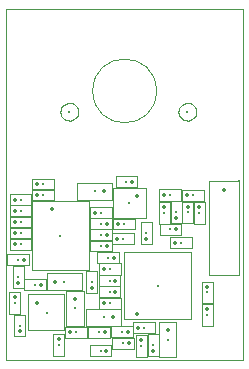
<source format=gbr>
%TF.GenerationSoftware,KiCad,Pcbnew,8.0.4*%
%TF.CreationDate,2024-11-25T15:57:07-04:00*%
%TF.ProjectId,Beacon-WirelessCharge,42656163-6f6e-42d5-9769-72656c657373,rev?*%
%TF.SameCoordinates,Original*%
%TF.FileFunction,Component,L1,Top*%
%TF.FilePolarity,Positive*%
%FSLAX46Y46*%
G04 Gerber Fmt 4.6, Leading zero omitted, Abs format (unit mm)*
G04 Created by KiCad (PCBNEW 8.0.4) date 2024-11-25 15:57:07*
%MOMM*%
%LPD*%
G01*
G04 APERTURE LIST*
%TA.AperFunction,ComponentMain*%
%ADD10C,0.300000*%
%TD*%
%TA.AperFunction,ComponentOutline,Courtyard*%
%ADD11C,0.100000*%
%TD*%
%TA.AperFunction,ComponentPin*%
%ADD12P,0.360000X4X0.000000*%
%TD*%
%TA.AperFunction,ComponentPin*%
%ADD13C,0.100000*%
%TD*%
%TA.AperFunction,ComponentOutline,Footprint*%
%ADD14C,0.100000*%
%TD*%
%TA.AperFunction,Profile*%
%ADD15C,0.075000*%
%TD*%
%TA.AperFunction,Profile*%
%ADD16C,0.100000*%
%TD*%
G04 APERTURE END LIST*
D10*
%TO.C,L7*%
%TO.CFtp,L_0402_1005Metric*%
%TO.CVal,7.3nH*%
%TO.CLbN,Inductor_SMD*%
%TO.CMnt,SMD*%
%TO.CRot,-90*%
X60025000Y-61540000D03*
D11*
X60494999Y-60610001D02*
X60494999Y-62469999D01*
X59555001Y-62469999D01*
X59555001Y-60610001D01*
X60494999Y-60610001D01*
D12*
%TO.P,L7,1,1*%
X60025000Y-61055000D03*
D13*
%TO.P,L7,2,2*%
X60025000Y-62025000D03*
%TD*%
D10*
%TO.C,C29*%
%TO.CFtp,C_0402_1005Metric*%
%TO.CVal,0.8pF*%
%TO.CLbN,Capacitor_SMD*%
%TO.CMnt,SMD*%
%TO.CRot,0*%
X59470000Y-60080000D03*
D11*
X60379999Y-59620001D02*
X60379999Y-60539999D01*
X58560001Y-60539999D01*
X58560001Y-59620001D01*
X60379999Y-59620001D01*
D12*
%TO.P,C29,1*%
X58990000Y-60080000D03*
D13*
%TO.P,C29,2*%
X59950000Y-60080000D03*
%TD*%
D10*
%TO.C,C11*%
%TO.CFtp,C_0603_1608Metric*%
%TO.CVal,4.7uF (X7R)*%
%TO.CLbN,Capacitor_SMD*%
%TO.CMnt,SMD*%
%TO.CRot,-90*%
X57353200Y-72288400D03*
D11*
X58083199Y-70808401D02*
X58083199Y-73768399D01*
X56623201Y-73768399D01*
X56623201Y-70808401D01*
X58083199Y-70808401D01*
D12*
%TO.P,C11,1*%
X57353200Y-71513400D03*
D13*
%TO.P,C11,2*%
X57353200Y-73063400D03*
%TD*%
D10*
%TO.C,R5*%
%TO.CFtp,R_0402_1005Metric*%
%TO.CVal,196*%
%TO.CLbN,Resistor_SMD*%
%TO.CMnt,SMD*%
%TO.CRot,180*%
X44704000Y-65532000D03*
D11*
X45633999Y-65062001D02*
X45633999Y-66001999D01*
X43774001Y-66001999D01*
X43774001Y-65062001D01*
X45633999Y-65062001D01*
D12*
%TO.P,R5,1*%
X45214000Y-65532000D03*
D13*
%TO.P,R5,2*%
X44194000Y-65532000D03*
%TD*%
D10*
%TO.C,C12*%
%TO.CFtp,C_0603_1608Metric*%
%TO.CVal,10uF 16V*%
%TO.CLbN,Capacitor_SMD*%
%TO.CMnt,SMD*%
%TO.CRot,-90*%
X49500000Y-69650000D03*
D11*
X50229999Y-68170001D02*
X50229999Y-71129999D01*
X48770001Y-71129999D01*
X48770001Y-68170001D01*
X50229999Y-68170001D01*
D12*
%TO.P,C12,1*%
X49500000Y-68875000D03*
D13*
%TO.P,C12,2*%
X49500000Y-70425000D03*
%TD*%
D10*
%TO.C,C23*%
%TO.CFtp,C_0603_1608Metric*%
%TO.CVal,10uF 16V*%
%TO.CLbN,Capacitor_SMD*%
%TO.CMnt,SMD*%
%TO.CRot,180*%
X51175000Y-59750000D03*
D11*
X52654999Y-59020001D02*
X52654999Y-60479999D01*
X49695001Y-60479999D01*
X49695001Y-59020001D01*
X52654999Y-59020001D01*
D12*
%TO.P,C23,1*%
X51950000Y-59750000D03*
D13*
%TO.P,C23,2*%
X50400000Y-59750000D03*
%TD*%
D10*
%TO.C,C24*%
%TO.CFtp,C_0402_1005Metric*%
%TO.CVal,1.2pF*%
%TO.CLbN,Capacitor_SMD*%
%TO.CMnt,SMD*%
%TO.CRot,-90*%
X57050000Y-61555000D03*
D11*
X57509999Y-60645001D02*
X57509999Y-62464999D01*
X56590001Y-62464999D01*
X56590001Y-60645001D01*
X57509999Y-60645001D01*
D12*
%TO.P,C24,1*%
X57050000Y-61075000D03*
D13*
%TO.P,C24,2*%
X57050000Y-62035000D03*
%TD*%
D10*
%TO.C,C2*%
%TO.CFtp,C_0402_1005Metric*%
%TO.CVal,680pF 25V*%
%TO.CLbN,Capacitor_SMD*%
%TO.CMnt,SMD*%
%TO.CRot,0*%
X46786800Y-59120000D03*
D11*
X47696799Y-58660001D02*
X47696799Y-59579999D01*
X45876801Y-59579999D01*
X45876801Y-58660001D01*
X47696799Y-58660001D01*
D12*
%TO.P,C2,1*%
X46306800Y-59120000D03*
D13*
%TO.P,C2,2*%
X47266800Y-59120000D03*
%TD*%
D10*
%TO.C,C8*%
%TO.CFtp,C_0402_1005Metric*%
%TO.CVal,10nF 25V*%
%TO.CLbN,Capacitor_SMD*%
%TO.CMnt,SMD*%
%TO.CRot,180*%
X51700000Y-62470000D03*
D11*
X52609999Y-62010001D02*
X52609999Y-62929999D01*
X50790001Y-62929999D01*
X50790001Y-62010001D01*
X52609999Y-62010001D01*
D12*
%TO.P,C8,1*%
X52180000Y-62470000D03*
D13*
%TO.P,C8,2*%
X51220000Y-62470000D03*
%TD*%
D10*
%TO.C,C3*%
%TO.CFtp,C_0402_1005Metric*%
%TO.CVal,470pF 25V*%
%TO.CLbN,Capacitor_SMD*%
%TO.CMnt,SMD*%
%TO.CRot,0*%
X46786800Y-60045600D03*
D11*
X47696799Y-59585601D02*
X47696799Y-60505599D01*
X45876801Y-60505599D01*
X45876801Y-59585601D01*
X47696799Y-59585601D01*
D12*
%TO.P,C3,1*%
X46306800Y-60045600D03*
D13*
%TO.P,C3,2*%
X47266800Y-60045600D03*
%TD*%
D10*
%TO.C,C21*%
%TO.CFtp,C_0402_1005Metric*%
%TO.CVal,1pF*%
%TO.CLbN,Capacitor_SMD*%
%TO.CMnt,SMD*%
%TO.CRot,180*%
X57570000Y-62960000D03*
D11*
X58479999Y-62500001D02*
X58479999Y-63419999D01*
X56660001Y-63419999D01*
X56660001Y-62500001D01*
X58479999Y-62500001D01*
D12*
%TO.P,C21,1*%
X58050000Y-62960000D03*
D13*
%TO.P,C21,2*%
X57090000Y-62960000D03*
%TD*%
D10*
%TO.C,C18*%
%TO.CFtp,C_0402_1005Metric*%
%TO.CVal,820pF*%
%TO.CLbN,Capacitor_SMD*%
%TO.CMnt,SMD*%
%TO.CRot,0*%
X58450000Y-64100000D03*
D11*
X59359999Y-63640001D02*
X59359999Y-64559999D01*
X57540001Y-64559999D01*
X57540001Y-63640001D01*
X59359999Y-63640001D01*
D12*
%TO.P,C18,1*%
X57970000Y-64100000D03*
D13*
%TO.P,C18,2*%
X58930000Y-64100000D03*
%TD*%
D10*
%TO.C,C1*%
%TO.CFtp,C_0402_1005Metric*%
%TO.CVal,33nF 25V*%
%TO.CLbN,Capacitor_SMD*%
%TO.CMnt,SMD*%
%TO.CRot,0*%
X44881800Y-61391800D03*
D11*
X45791799Y-60931801D02*
X45791799Y-61851799D01*
X43971801Y-61851799D01*
X43971801Y-60931801D01*
X45791799Y-60931801D01*
D12*
%TO.P,C1,1*%
X44401800Y-61391800D03*
D13*
%TO.P,C1,2*%
X45361800Y-61391800D03*
%TD*%
D10*
%TO.C,C22*%
%TO.CFtp,C_0402_1005Metric*%
%TO.CVal,0.1uF 25V*%
%TO.CLbN,Capacitor_SMD*%
%TO.CMnt,SMD*%
%TO.CRot,0*%
X51700000Y-61550000D03*
D11*
X52609999Y-61090001D02*
X52609999Y-62009999D01*
X50790001Y-62009999D01*
X50790001Y-61090001D01*
X52609999Y-61090001D01*
D12*
%TO.P,C22,1*%
X51220000Y-61550000D03*
D13*
%TO.P,C22,2*%
X52180000Y-61550000D03*
%TD*%
D10*
%TO.C,L4*%
%TO.CFtp,L_0402_1005Metric*%
%TO.CVal,2.2nH*%
%TO.CLbN,Inductor_SMD*%
%TO.CMnt,SMD*%
%TO.CRot,0*%
X57550000Y-60050000D03*
D11*
X58479999Y-59580001D02*
X58479999Y-60519999D01*
X56620001Y-60519999D01*
X56620001Y-59580001D01*
X58479999Y-59580001D01*
D12*
%TO.P,L4,1,1*%
X57065000Y-60050000D03*
D13*
%TO.P,L4,2,2*%
X58035000Y-60050000D03*
%TD*%
D10*
%TO.C,C5*%
%TO.CFtp,C_0402_1005Metric*%
%TO.CVal,0.47uF 25V*%
%TO.CLbN,Capacitor_SMD*%
%TO.CMnt,SMD*%
%TO.CRot,0*%
X44884400Y-63271400D03*
D11*
X45794399Y-62811401D02*
X45794399Y-63731399D01*
X43974401Y-63731399D01*
X43974401Y-62811401D01*
X45794399Y-62811401D01*
D12*
%TO.P,C5,1*%
X44404400Y-63271400D03*
D13*
%TO.P,C5,2*%
X45364400Y-63271400D03*
%TD*%
D10*
%TO.C,U2*%
%TO.CFtp,_Applications_test_rsk_lib_RSK-ONLY_Nordic Active DB.DbLib_nRF Devices_QFN40P500X500X50_HS-41N*%
%TO.CVal,0_nRF52833_QDAA*%
%TO.CLbN,footprints*%
%TO.CMnt,Other*%
%TO.CRot,90*%
X56500000Y-67725000D03*
D14*
X53675000Y-70550000D02*
X59325000Y-70550000D01*
X59325000Y-64899999D01*
X53675000Y-64899999D01*
X53675000Y-70550000D01*
D12*
%TO.P,U2,1,DEC1*%
X54699998Y-70125000D03*
D13*
%TO.P,U2,2,P0.00/XL1*%
X55100000Y-70125000D03*
%TO.P,U2,3,P0.01/XL2*%
X55499999Y-70125000D03*
%TO.P,U2,4,P0.04/AIN2*%
X55899998Y-70125000D03*
%TO.P,U2,5,P0.05/AIN3*%
X56300000Y-70125000D03*
%TO.P,U2,6,P1.09*%
X56699999Y-70125000D03*
%TO.P,U2,7,P0.11*%
X57099999Y-70125000D03*
%TO.P,U2,8,VDD*%
X57500000Y-70125000D03*
%TO.P,U2,9,VDDH*%
X57900000Y-70125000D03*
%TO.P,U2,10,VBUS*%
X58299999Y-70125000D03*
%TO.P,U2,11,DECUSB*%
X58900000Y-69525001D03*
%TO.P,U2,12,D-*%
X58900000Y-69124999D03*
%TO.P,U2,13,D+*%
X58900000Y-68725000D03*
%TO.P,U2,14,P0.15*%
X58900000Y-68325001D03*
%TO.P,U2,15,P0.17*%
X58900000Y-67924999D03*
%TO.P,U2,16,P0.18/RESET*%
X58900000Y-67525000D03*
%TO.P,U2,17,P0.20*%
X58900000Y-67125001D03*
%TO.P,U2,18,VDD*%
X58900000Y-66724999D03*
%TO.P,U2,19,SWDIO*%
X58900000Y-66325000D03*
%TO.P,U2,20,SWDCLK*%
X58900000Y-65925001D03*
%TO.P,U2,21,DEC5*%
X58299999Y-65324999D03*
%TO.P,U2,22,P0.09/NFC1*%
X57900000Y-65324999D03*
%TO.P,U2,23,P0.10/NFC2*%
X57500000Y-65324999D03*
%TO.P,U2,24,ANT*%
X57099999Y-65324999D03*
%TO.P,U2,25,VSS*%
X56699999Y-65324999D03*
%TO.P,U2,26,DEC6*%
X56300000Y-65324999D03*
%TO.P,U2,27,DEC3*%
X55899998Y-65324999D03*
%TO.P,U2,28,XC1*%
X55499999Y-65324999D03*
%TO.P,U2,29,XC2*%
X55100000Y-65324999D03*
%TO.P,U2,30,VDD*%
X54699998Y-65324999D03*
%TO.P,U2,31,P0.03/AIN1*%
X54100000Y-65925001D03*
%TO.P,U2,32,P0.02/AIN0*%
X54100000Y-66325000D03*
%TO.P,U2,33,P0.28/AIN4*%
X54100000Y-66724999D03*
%TO.P,U2,34,P0.29/AIN5*%
X54100000Y-67125001D03*
%TO.P,U2,35,P0.30/AIN6*%
X54100000Y-67525000D03*
%TO.P,U2,36,P0.31/AIN7*%
X54100000Y-67924999D03*
%TO.P,U2,37,VSS*%
X54100000Y-68325001D03*
%TO.P,U2,38,DEC4*%
X54100000Y-68725000D03*
%TO.P,U2,39,DCC*%
X54100000Y-69124999D03*
%TO.P,U2,40,VDD*%
X54100000Y-69525001D03*
%TO.P,U2,41,VSS*%
X56500000Y-67725000D03*
%TD*%
D10*
%TO.C,U1*%
%TO.CFtp,RHL20_2P05X3P05*%
%TO.CVal,BQ51013BRHLR*%
%TO.CLbN,footprints*%
%TO.CMnt,Other*%
%TO.CRot,0*%
X48260000Y-63500000D03*
D11*
X50664000Y-60596000D02*
X50664000Y-66404000D01*
X45856000Y-66404000D01*
X45856000Y-60596000D01*
X50664000Y-60596000D01*
D12*
%TO.P,U1,1,PGND*%
X47509999Y-61275001D03*
D13*
%TO.P,U1,2,AC1*%
X46535000Y-61750001D03*
%TO.P,U1,3,BOOT1*%
X46535000Y-62250000D03*
%TO.P,U1,4,OUT*%
X46535000Y-62749999D03*
%TO.P,U1,5,CLMP1*%
X46535000Y-63250000D03*
%TO.P,U1,6,COM1*%
X46535000Y-63750000D03*
%TO.P,U1,7,~{CHG}*%
X46535000Y-64250001D03*
%TO.P,U1,8,~{AD-EN}*%
X46535000Y-64750000D03*
%TO.P,U1,9,AD*%
X46535000Y-65249999D03*
%TO.P,U1,10,EN1*%
X47509999Y-65724999D03*
%TO.P,U1,11,EN2*%
X49010001Y-65724999D03*
%TO.P,U1,12,ILIM*%
X49985000Y-65249999D03*
%TO.P,U1,13,TS-CTRL*%
X49985000Y-64750000D03*
%TO.P,U1,14,FOD*%
X49985000Y-64250001D03*
%TO.P,U1,15,COM2*%
X49985000Y-63750000D03*
%TO.P,U1,16,CLMP2*%
X49985000Y-63250000D03*
%TO.P,U1,17,BOOT2*%
X49985000Y-62749999D03*
%TO.P,U1,18,RECT*%
X49985000Y-62250000D03*
%TO.P,U1,19,AC2*%
X49985000Y-61750001D03*
%TO.P,U1,20,PGND*%
X49010001Y-61275001D03*
%TO.P,U1,21,EPAD*%
X47866300Y-62712600D03*
X47866300Y-63500000D03*
X47866300Y-64287400D03*
X48260000Y-63500000D03*
X48653700Y-62712600D03*
X48653700Y-63500000D03*
X48653700Y-64287400D03*
%TD*%
D10*
%TO.C,C27*%
%TO.CFtp,C_0402_1005Metric*%
%TO.CVal,12pF*%
%TO.CLbN,Capacitor_SMD*%
%TO.CMnt,SMD*%
%TO.CRot,180*%
X53840000Y-58920000D03*
D11*
X54749999Y-58460001D02*
X54749999Y-59379999D01*
X52930001Y-59379999D01*
X52930001Y-58460001D01*
X54749999Y-58460001D01*
D12*
%TO.P,C27,1*%
X54320000Y-58920000D03*
D13*
%TO.P,C27,2*%
X53360000Y-58920000D03*
%TD*%
D10*
%TO.C,L2*%
%TO.CFtp,L_0603_1608Metric*%
%TO.CVal,10uH*%
%TO.CLbN,Inductor_SMD*%
%TO.CMnt,SMD*%
%TO.CRot,180*%
X51912500Y-70400000D03*
D11*
X53392499Y-69670001D02*
X53392499Y-71129999D01*
X50432501Y-71129999D01*
X50432501Y-69670001D01*
X53392499Y-69670001D01*
D12*
%TO.P,L2,1,1*%
X52700000Y-70400000D03*
D13*
%TO.P,L2,2,2*%
X51125000Y-70400000D03*
%TD*%
D10*
%TO.C,C30*%
%TO.CFtp,C_0402_1005Metric*%
%TO.CVal,4.7uF*%
%TO.CLbN,Capacitor_SMD*%
%TO.CMnt,SMD*%
%TO.CRot,180*%
X46120000Y-67650000D03*
D11*
X47029999Y-67190001D02*
X47029999Y-68109999D01*
X45210001Y-68109999D01*
X45210001Y-67190001D01*
X47029999Y-67190001D01*
D12*
%TO.P,C30,1*%
X46600000Y-67650000D03*
D13*
%TO.P,C30,2*%
X45640000Y-67650000D03*
%TD*%
D10*
%TO.C,C14*%
%TO.CFtp,C_0402_1005Metric*%
%TO.CVal,0.1uF*%
%TO.CLbN,Capacitor_SMD*%
%TO.CMnt,SMD*%
%TO.CRot,180*%
X51650000Y-73250000D03*
D11*
X52559999Y-72790001D02*
X52559999Y-73709999D01*
X50740001Y-73709999D01*
X50740001Y-72790001D01*
X52559999Y-72790001D01*
D12*
%TO.P,C14,1*%
X52130000Y-73250000D03*
D13*
%TO.P,C14,2*%
X51170000Y-73250000D03*
%TD*%
D10*
%TO.C,C32*%
%TO.CFtp,C_0402_1005Metric*%
%TO.CVal,N.C.*%
%TO.CLbN,Capacitor_SMD*%
%TO.CMnt,SMD*%
%TO.CRot,-90*%
X59050000Y-61525000D03*
D11*
X59509999Y-60615001D02*
X59509999Y-62434999D01*
X58590001Y-62434999D01*
X58590001Y-60615001D01*
X59509999Y-60615001D01*
D12*
%TO.P,C32,1*%
X59050000Y-61045000D03*
D13*
%TO.P,C32,2*%
X59050000Y-62005000D03*
%TD*%
D10*
%TO.C,C31*%
%TO.CFtp,C_0402_1005Metric*%
%TO.CVal,68nF 25V*%
%TO.CLbN,Capacitor_SMD*%
%TO.CMnt,SMD*%
%TO.CRot,0*%
X44880000Y-60460000D03*
D11*
X45789999Y-60000001D02*
X45789999Y-60919999D01*
X43970001Y-60919999D01*
X43970001Y-60000001D01*
X45789999Y-60000001D01*
D12*
%TO.P,C31,1*%
X44400000Y-60460000D03*
D13*
%TO.P,C31,2*%
X45360000Y-60460000D03*
%TD*%
D10*
%TO.C,R8*%
%TO.CFtp,R_0402_1005Metric*%
%TO.CVal,10K*%
%TO.CLbN,Resistor_SMD*%
%TO.CMnt,SMD*%
%TO.CRot,180*%
X51510000Y-71675000D03*
D11*
X52439999Y-71205001D02*
X52439999Y-72144999D01*
X50580001Y-72144999D01*
X50580001Y-71205001D01*
X52439999Y-71205001D01*
D12*
%TO.P,R8,1*%
X52020000Y-71675000D03*
D13*
%TO.P,R8,2*%
X51000000Y-71675000D03*
%TD*%
D10*
%TO.C,TH1*%
%TO.CFtp,R_0402_1005Metric*%
%TO.CVal,10K 3380 1\u0025*%
%TO.CLbN,Resistor_SMD*%
%TO.CMnt,SMD*%
%TO.CRot,-90*%
X48100000Y-72765000D03*
D11*
X48569999Y-71835001D02*
X48569999Y-73694999D01*
X47630001Y-73694999D01*
X47630001Y-71835001D01*
X48569999Y-71835001D01*
D12*
%TO.P,TH1,1*%
X48100000Y-72255000D03*
D13*
%TO.P,TH1,2*%
X48100000Y-73275000D03*
%TD*%
D10*
%TO.C,D1*%
%TO.CFtp,D_0402_1005Metric*%
%TO.CVal,LED*%
%TO.CLbN,Diode_SMD*%
%TO.CMnt,SMD*%
%TO.CRot,-90*%
X55100000Y-72815000D03*
D11*
X55569999Y-71885001D02*
X55569999Y-73744999D01*
X54630001Y-73744999D01*
X54630001Y-71885001D01*
X55569999Y-71885001D01*
D12*
%TO.P,D1,1,K*%
X55100000Y-72330000D03*
D13*
%TO.P,D1,2,A*%
X55100000Y-73300000D03*
%TD*%
D10*
%TO.C,R6*%
%TO.CFtp,R_0402_1005Metric*%
%TO.CVal,20K*%
%TO.CLbN,Resistor_SMD*%
%TO.CMnt,SMD*%
%TO.CRot,180*%
X52315000Y-65350000D03*
D11*
X53244999Y-64880001D02*
X53244999Y-65819999D01*
X51385001Y-65819999D01*
X51385001Y-64880001D01*
X53244999Y-64880001D01*
D12*
%TO.P,R6,1*%
X52825000Y-65350000D03*
D13*
%TO.P,R6,2*%
X51805000Y-65350000D03*
%TD*%
D10*
%TO.C,C10*%
%TO.CFtp,C_0402_1005Metric*%
%TO.CVal,0.47uF 25V*%
%TO.CLbN,Capacitor_SMD*%
%TO.CMnt,SMD*%
%TO.CRot,180*%
X51680000Y-63400000D03*
D11*
X52589999Y-62940001D02*
X52589999Y-63859999D01*
X50770001Y-63859999D01*
X50770001Y-62940001D01*
X52589999Y-62940001D01*
D12*
%TO.P,C10,1*%
X52160000Y-63400000D03*
D13*
%TO.P,C10,2*%
X51200000Y-63400000D03*
%TD*%
D10*
%TO.C,C19*%
%TO.CFtp,C_0402_1005Metric*%
%TO.CVal,100pF*%
%TO.CLbN,Capacitor_SMD*%
%TO.CMnt,SMD*%
%TO.CRot,90*%
X55530000Y-63260000D03*
D11*
X55989999Y-62350001D02*
X55989999Y-64169999D01*
X55070001Y-64169999D01*
X55070001Y-62350001D01*
X55989999Y-62350001D01*
D12*
%TO.P,C19,1*%
X55530000Y-63740000D03*
D13*
%TO.P,C19,2*%
X55530000Y-62780000D03*
%TD*%
D10*
%TO.C,AE1*%
%TO.CFtp,Antenna_2450AT43A100*%
%TO.CVal,AMCA72-2R470G-S1F-T4*%
%TO.CLbN,footprints*%
%TO.CMnt,SMD*%
%TO.CRot,-90*%
X63410000Y-58850000D03*
D11*
X63409999Y-58850001D02*
X63409999Y-66849999D01*
X60810001Y-66849999D01*
X60810001Y-58850001D01*
X63409999Y-58850001D01*
D12*
%TO.P,AE1,1,FEED*%
X62090000Y-59600000D03*
D13*
%TO.P,AE1,2,PCB_Trace*%
X62080000Y-66100000D03*
%TD*%
D10*
%TO.C,R3*%
%TO.CFtp,R_0402_1005Metric*%
%TO.CVal,200K*%
%TO.CLbN,Resistor_SMD*%
%TO.CMnt,SMD*%
%TO.CRot,-90*%
X60700000Y-70200000D03*
D11*
X61169999Y-69270001D02*
X61169999Y-71129999D01*
X60230001Y-71129999D01*
X60230001Y-69270001D01*
X61169999Y-69270001D01*
D12*
%TO.P,R3,1*%
X60700000Y-69690000D03*
D13*
%TO.P,R3,2*%
X60700000Y-70710000D03*
%TD*%
D10*
%TO.C,L6*%
%TO.CFtp,L_0603_1608Metric*%
%TO.CVal,2.2uH*%
%TO.CLbN,Inductor_SMD*%
%TO.CMnt,SMD*%
%TO.CRot,0*%
X48562500Y-67400000D03*
D11*
X50042499Y-66670001D02*
X50042499Y-68129999D01*
X47082501Y-68129999D01*
X47082501Y-66670001D01*
X50042499Y-66670001D01*
D12*
%TO.P,L6,1,1*%
X47775000Y-67400000D03*
D13*
%TO.P,L6,2,2*%
X49350000Y-67400000D03*
%TD*%
D10*
%TO.C,R1*%
%TO.CFtp,R_0402_1005Metric*%
%TO.CVal,5.1K*%
%TO.CLbN,Resistor_SMD*%
%TO.CMnt,SMD*%
%TO.CRot,90*%
X56100000Y-72790000D03*
D11*
X56569999Y-71860001D02*
X56569999Y-73719999D01*
X55630001Y-73719999D01*
X55630001Y-71860001D01*
X56569999Y-71860001D01*
D12*
%TO.P,R1,1*%
X56100000Y-73300000D03*
D13*
%TO.P,R1,2*%
X56100000Y-72280000D03*
%TD*%
D10*
%TO.C,C7*%
%TO.CFtp,C_0402_1005Metric*%
%TO.CVal,10nF 25V*%
%TO.CLbN,Capacitor_SMD*%
%TO.CMnt,SMD*%
%TO.CRot,0*%
X44881800Y-62331600D03*
D11*
X45791799Y-61871601D02*
X45791799Y-62791599D01*
X43971801Y-62791599D01*
X43971801Y-61871601D01*
X45791799Y-61871601D01*
D12*
%TO.P,C7,1*%
X44401800Y-62331600D03*
D13*
%TO.P,C7,2*%
X45361800Y-62331600D03*
%TD*%
D10*
%TO.C,C25*%
%TO.CFtp,C_0402_1005Metric*%
%TO.CVal,1uF*%
%TO.CLbN,Capacitor_SMD*%
%TO.CMnt,SMD*%
%TO.CRot,90*%
X44800000Y-71100000D03*
D11*
X45259999Y-70190001D02*
X45259999Y-72009999D01*
X44340001Y-72009999D01*
X44340001Y-70190001D01*
X45259999Y-70190001D01*
D12*
%TO.P,C25,1*%
X44800000Y-71580000D03*
D13*
%TO.P,C25,2*%
X44800000Y-70620000D03*
%TD*%
D10*
%TO.C,R7*%
%TO.CFtp,R_0402_1005Metric*%
%TO.CVal,71.5K 1\u0025*%
%TO.CLbN,Resistor_SMD*%
%TO.CMnt,SMD*%
%TO.CRot,0*%
X52451000Y-66319400D03*
D11*
X53380999Y-65849401D02*
X53380999Y-66789399D01*
X51521001Y-66789399D01*
X51521001Y-65849401D01*
X53380999Y-65849401D01*
D12*
%TO.P,R7,1*%
X51941000Y-66319400D03*
D13*
%TO.P,R7,2*%
X52961000Y-66319400D03*
%TD*%
D10*
%TO.C,C17*%
%TO.CFtp,C_0402_1005Metric*%
%TO.CVal,47nF*%
%TO.CLbN,Capacitor_SMD*%
%TO.CMnt,SMD*%
%TO.CRot,180*%
X52415000Y-68250000D03*
D11*
X53324999Y-67790001D02*
X53324999Y-68709999D01*
X51505001Y-68709999D01*
X51505001Y-67790001D01*
X53324999Y-67790001D01*
D12*
%TO.P,C17,1*%
X52895000Y-68250000D03*
D13*
%TO.P,C17,2*%
X51935000Y-68250000D03*
%TD*%
D10*
%TO.C,Y1*%
%TO.CFtp,Crystal_SMD_2016-4Pin_2.0x1.6mm*%
%TO.CVal,32MHz*%
%TO.CLbN,Crystal*%
%TO.CMnt,SMD*%
%TO.CRot,180*%
X54080000Y-60720000D03*
D11*
X55479999Y-59420001D02*
X55479999Y-62019999D01*
X52680001Y-62019999D01*
X52680001Y-59420001D01*
X55479999Y-59420001D01*
D12*
%TO.P,Y1,1,1*%
X54780000Y-60170000D03*
D13*
%TO.P,Y1,2,2*%
X53380000Y-60170000D03*
%TO.P,Y1,3,3*%
X53380000Y-61270000D03*
%TO.P,Y1,4,4*%
X54780000Y-61270000D03*
%TD*%
D10*
%TO.C,C13*%
%TO.CFtp,C_0402_1005Metric*%
%TO.CVal,1uF*%
%TO.CLbN,Capacitor_SMD*%
%TO.CMnt,SMD*%
%TO.CRot,180*%
X53490000Y-71628000D03*
D11*
X54399999Y-71168001D02*
X54399999Y-72087999D01*
X52580001Y-72087999D01*
X52580001Y-71168001D01*
X54399999Y-71168001D01*
D12*
%TO.P,C13,1*%
X53970000Y-71628000D03*
D13*
%TO.P,C13,2*%
X53010000Y-71628000D03*
%TD*%
D10*
%TO.C,C16*%
%TO.CFtp,C_0402_1005Metric*%
%TO.CVal,0.1uF*%
%TO.CLbN,Capacitor_SMD*%
%TO.CMnt,SMD*%
%TO.CRot,-90*%
X60700000Y-68298000D03*
D11*
X61159999Y-67388001D02*
X61159999Y-69207999D01*
X60240001Y-69207999D01*
X60240001Y-67388001D01*
X61159999Y-67388001D01*
D12*
%TO.P,C16,1*%
X60700000Y-67818000D03*
D13*
%TO.P,C16,2*%
X60700000Y-68778000D03*
%TD*%
D10*
%TO.C,L3*%
%TO.CFtp,L_0402_1005Metric*%
%TO.CVal,4.7nH*%
%TO.CLbN,Inductor_SMD*%
%TO.CMnt,SMD*%
%TO.CRot,90*%
X58050000Y-61530000D03*
D11*
X58519999Y-60600001D02*
X58519999Y-62459999D01*
X57580001Y-62459999D01*
X57580001Y-60600001D01*
X58519999Y-60600001D01*
D12*
%TO.P,L3,1,1*%
X58050000Y-62015000D03*
D13*
%TO.P,L3,2,2*%
X58050000Y-61045000D03*
%TD*%
D10*
%TO.C,R11*%
%TO.CFtp,R_0402_1005Metric*%
%TO.CVal,2M*%
%TO.CLbN,Resistor_SMD*%
%TO.CMnt,SMD*%
%TO.CRot,180*%
X53540000Y-72600000D03*
D11*
X54469999Y-72130001D02*
X54469999Y-73069999D01*
X52610001Y-73069999D01*
X52610001Y-72130001D01*
X54469999Y-72130001D01*
D12*
%TO.P,R11,1*%
X54050000Y-72600000D03*
D13*
%TO.P,R11,2*%
X53030000Y-72600000D03*
%TD*%
D10*
%TO.C,U3*%
%TO.CFtp,BGA25C40P5X5_247X253X50*%
%TO.CVal,BQ25121AYFPT*%
%TO.CLbN,footprints*%
%TO.CMnt,SMD*%
%TO.CRot,0*%
X47100000Y-70000000D03*
D11*
X48599999Y-68430001D02*
X48599999Y-71519999D01*
X45540001Y-71519999D01*
X45540001Y-68430001D01*
X48599999Y-68430001D01*
D12*
%TO.P,U3,A1,GND*%
X46300000Y-69200000D03*
D13*
%TO.P,U3,A2,IN*%
X46700000Y-69200000D03*
%TO.P,U3,A3,PMID*%
X47100000Y-69200000D03*
%TO.P,U3,A4,SW*%
X47500000Y-69200000D03*
%TO.P,U3,A5,PGND*%
X47900000Y-69200000D03*
%TO.P,U3,B1,BAT*%
X46300000Y-69600000D03*
%TO.P,U3,B2,BAT*%
X46700000Y-69600000D03*
%TO.P,U3,B3,PMID*%
X47100000Y-69600000D03*
%TO.P,U3,B4,VINLS*%
X47500000Y-69600000D03*
%TO.P,U3,B5,SYS*%
X47900000Y-69600000D03*
%TO.P,U3,C1,ISET*%
X46300000Y-70000000D03*
%TO.P,U3,C2,ILIM*%
X46700000Y-70000000D03*
%TO.P,U3,C3,TS*%
X47100000Y-70000000D03*
%TO.P,U3,C4,VINLS*%
X47500000Y-70000000D03*
%TO.P,U3,C5,LS_LDO*%
X47900000Y-70000000D03*
%TO.P,U3,D1,IPRETERM*%
X46300000Y-70400000D03*
%TO.P,U3,D2,INT*%
X46700000Y-70400000D03*
%TO.P,U3,D3,RESET_N*%
X47100000Y-70400000D03*
%TO.P,U3,D4,PG_N*%
X47500000Y-70400000D03*
%TO.P,U3,D5,GND*%
X47900000Y-70400000D03*
%TO.P,U3,E1,MR_N*%
X46300000Y-70800000D03*
%TO.P,U3,E2,CD_N*%
X46700000Y-70800000D03*
%TO.P,U3,E3,LSCTRL*%
X47100000Y-70800000D03*
%TO.P,U3,E4,SDA*%
X47500000Y-70800000D03*
%TO.P,U3,E5,SCL*%
X47900000Y-70800000D03*
%TD*%
D10*
%TO.C,C6*%
%TO.CFtp,C_0402_1005Metric*%
%TO.CVal,22nF 25V*%
%TO.CLbN,Capacitor_SMD*%
%TO.CMnt,SMD*%
%TO.CRot,0*%
X44881800Y-64211200D03*
D11*
X45791799Y-63751201D02*
X45791799Y-64671199D01*
X43971801Y-64671199D01*
X43971801Y-63751201D01*
X45791799Y-63751201D01*
D12*
%TO.P,C6,1*%
X44401800Y-64211200D03*
D13*
%TO.P,C6,2*%
X45361800Y-64211200D03*
%TD*%
D10*
%TO.C,C15*%
%TO.CFtp,C_0402_1005Metric*%
%TO.CVal,1uF*%
%TO.CLbN,Capacitor_SMD*%
%TO.CMnt,SMD*%
%TO.CRot,180*%
X52425000Y-67300000D03*
D11*
X53334999Y-66840001D02*
X53334999Y-67759999D01*
X51515001Y-67759999D01*
X51515001Y-66840001D01*
X53334999Y-66840001D01*
D12*
%TO.P,C15,1*%
X52905000Y-67300000D03*
D13*
%TO.P,C15,2*%
X51945000Y-67300000D03*
%TD*%
D10*
%TO.C,L1*%
%TO.CFtp,L_0402_1005Metric*%
%TO.CVal,15nH*%
%TO.CLbN,Inductor_SMD*%
%TO.CMnt,SMD*%
%TO.CRot,0*%
X52435000Y-69200000D03*
D11*
X53364999Y-68730001D02*
X53364999Y-69669999D01*
X51505001Y-69669999D01*
X51505001Y-68730001D01*
X53364999Y-68730001D01*
D12*
%TO.P,L1,1,1*%
X51950000Y-69200000D03*
D13*
%TO.P,L1,2,2*%
X52920000Y-69200000D03*
%TD*%
D10*
%TO.C,C4*%
%TO.CFtp,C_0402_1005Metric*%
%TO.CVal,0.1uF*%
%TO.CLbN,Capacitor_SMD*%
%TO.CMnt,SMD*%
%TO.CRot,0*%
X55320000Y-71300000D03*
D11*
X56229999Y-70840001D02*
X56229999Y-71759999D01*
X54410001Y-71759999D01*
X54410001Y-70840001D01*
X56229999Y-70840001D01*
D12*
%TO.P,C4,1*%
X54840000Y-71300000D03*
D13*
%TO.P,C4,2*%
X55800000Y-71300000D03*
%TD*%
D10*
%TO.C,R10*%
%TO.CFtp,R_0402_1005Metric*%
%TO.CVal,2.2K 1\u0025*%
%TO.CLbN,Resistor_SMD*%
%TO.CMnt,SMD*%
%TO.CRot,-90*%
X44400000Y-69190000D03*
D11*
X44869999Y-68260001D02*
X44869999Y-70119999D01*
X43930001Y-70119999D01*
X43930001Y-68260001D01*
X44869999Y-68260001D01*
D12*
%TO.P,R10,1*%
X44400000Y-68680000D03*
D13*
%TO.P,R10,2*%
X44400000Y-69700000D03*
%TD*%
D10*
%TO.C,C28*%
%TO.CFtp,C_0402_1005Metric*%
%TO.CVal,10uF*%
%TO.CLbN,Capacitor_SMD*%
%TO.CMnt,SMD*%
%TO.CRot,90*%
X44700000Y-67000000D03*
D11*
X45159999Y-66090001D02*
X45159999Y-67909999D01*
X44240001Y-67909999D01*
X44240001Y-66090001D01*
X45159999Y-66090001D01*
D12*
%TO.P,C28,1*%
X44700000Y-67480000D03*
D13*
%TO.P,C28,2*%
X44700000Y-66520000D03*
%TD*%
D10*
%TO.C,C20*%
%TO.CFtp,C_0402_1005Metric*%
%TO.CVal,0.1uF*%
%TO.CLbN,Capacitor_SMD*%
%TO.CMnt,SMD*%
%TO.CRot,0*%
X53540000Y-63740000D03*
D11*
X54449999Y-63280001D02*
X54449999Y-64199999D01*
X52630001Y-64199999D01*
X52630001Y-63280001D01*
X54449999Y-63280001D01*
D12*
%TO.P,C20,1*%
X53060000Y-63740000D03*
D13*
%TO.P,C20,2*%
X54020000Y-63740000D03*
%TD*%
D10*
%TO.C,R2*%
%TO.CFtp,R_0402_1005Metric*%
%TO.CVal,5.1K*%
%TO.CLbN,Resistor_SMD*%
%TO.CMnt,SMD*%
%TO.CRot,90*%
X50900000Y-67400000D03*
D11*
X51369999Y-66470001D02*
X51369999Y-68329999D01*
X50430001Y-68329999D01*
X50430001Y-66470001D01*
X51369999Y-66470001D01*
D12*
%TO.P,R2,1*%
X50900000Y-67910000D03*
D13*
%TO.P,R2,2*%
X50900000Y-66890000D03*
%TD*%
D10*
%TO.C,C26*%
%TO.CFtp,C_0402_1005Metric*%
%TO.CVal,12pF*%
%TO.CLbN,Capacitor_SMD*%
%TO.CMnt,SMD*%
%TO.CRot,0*%
X53640000Y-62510000D03*
D11*
X54549999Y-62050001D02*
X54549999Y-62969999D01*
X52730001Y-62969999D01*
X52730001Y-62050001D01*
X54549999Y-62050001D01*
D12*
%TO.P,C26,1*%
X53160000Y-62510000D03*
D13*
%TO.P,C26,2*%
X54120000Y-62510000D03*
%TD*%
D10*
%TO.C,R4*%
%TO.CFtp,R_0402_1005Metric*%
%TO.CVal,10K*%
%TO.CLbN,Resistor_SMD*%
%TO.CMnt,SMD*%
%TO.CRot,0*%
X49590000Y-71675000D03*
D11*
X50519999Y-71205001D02*
X50519999Y-72144999D01*
X48660001Y-72144999D01*
X48660001Y-71205001D01*
X50519999Y-71205001D01*
D12*
%TO.P,R4,1*%
X49080000Y-71675000D03*
D13*
%TO.P,R4,2*%
X50100000Y-71675000D03*
%TD*%
D10*
%TO.C,C9*%
%TO.CFtp,C_0402_1005Metric*%
%TO.CVal,22nF 25V*%
%TO.CLbN,Capacitor_SMD*%
%TO.CMnt,SMD*%
%TO.CRot,180*%
X51680000Y-64370000D03*
D11*
X52589999Y-63910001D02*
X52589999Y-64829999D01*
X50770001Y-64829999D01*
X50770001Y-63910001D01*
X52589999Y-63910001D01*
D12*
%TO.P,C9,1*%
X52160000Y-64370000D03*
D13*
%TO.P,C9,2*%
X51200000Y-64370000D03*
%TD*%
D10*
%TO.C,Fiducial_0.5_1_B*%
%TO.CFtp,Fiducial_0.5mm_Mask1mm*%
%TO.CVal,Fiducial_0.5mm_Mask1mm*%
%TO.CLbN,Fiducial*%
%TO.CMnt,SMD*%
%TO.CRot,0*%
X59000000Y-53000000D03*
D11*
X59043757Y-52248721D02*
X59215835Y-52279063D01*
X59376276Y-52348270D01*
X59376276Y-52348271D01*
X59516432Y-52452614D01*
X59628748Y-52586466D01*
X59628748Y-52586465D01*
X59707168Y-52742612D01*
X59747464Y-52912634D01*
X59749999Y-53000000D01*
X59747464Y-53087366D01*
X59707168Y-53257388D01*
X59628748Y-53413534D01*
X59516432Y-53547386D01*
X59376276Y-53651729D01*
X59215835Y-53720937D01*
X59043757Y-53751279D01*
X58869321Y-53741119D01*
X58701929Y-53691005D01*
X58701930Y-53691005D01*
X58550608Y-53603639D01*
X58423512Y-53483731D01*
X58327495Y-53337744D01*
X58267733Y-53173551D01*
X58247448Y-53000000D01*
X58267733Y-52826449D01*
X58327495Y-52662256D01*
X58423512Y-52516269D01*
X58550608Y-52396361D01*
X58701930Y-52308995D01*
X58701929Y-52308994D01*
X58869321Y-52258881D01*
X59043757Y-52248721D01*
D13*
%TO.P,Fiducial_0.5_1_B,*%
X59000000Y-53000000D03*
%TD*%
D10*
%TO.C,Fiducial_0.5_1_A*%
%TO.CFtp,Fiducial_0.5mm_Mask1mm*%
%TO.CVal,Fiducial_0.5mm_Mask1mm*%
%TO.CLbN,Fiducial*%
%TO.CMnt,SMD*%
%TO.CRot,0*%
X49000000Y-53000000D03*
D11*
X49043757Y-52248721D02*
X49215835Y-52279063D01*
X49376276Y-52348270D01*
X49376276Y-52348271D01*
X49516432Y-52452614D01*
X49628748Y-52586466D01*
X49628748Y-52586465D01*
X49707168Y-52742612D01*
X49747464Y-52912634D01*
X49749999Y-53000000D01*
X49747464Y-53087366D01*
X49707168Y-53257388D01*
X49628748Y-53413534D01*
X49516432Y-53547386D01*
X49376276Y-53651729D01*
X49215835Y-53720937D01*
X49043757Y-53751279D01*
X48869321Y-53741119D01*
X48701929Y-53691005D01*
X48701930Y-53691005D01*
X48550608Y-53603639D01*
X48423512Y-53483731D01*
X48327495Y-53337744D01*
X48267733Y-53173551D01*
X48247448Y-53000000D01*
X48267733Y-52826449D01*
X48327495Y-52662256D01*
X48423512Y-52516269D01*
X48550608Y-52396361D01*
X48701930Y-52308995D01*
X48701929Y-52308994D01*
X48869321Y-52258881D01*
X49043757Y-52248721D01*
D13*
%TO.P,Fiducial_0.5_1_A,*%
X49000000Y-53000000D03*
%TD*%
D15*
X43680000Y-44300000D02*
X63680000Y-44300000D01*
X63680000Y-74000000D01*
X43680000Y-74000000D01*
X43680000Y-44300000D01*
D16*
X56391750Y-51238250D02*
G75*
G02*
X50991750Y-51238250I-2700000J0D01*
G01*
X50991750Y-51238250D02*
G75*
G02*
X56391750Y-51238250I2700000J0D01*
G01*
M02*

</source>
